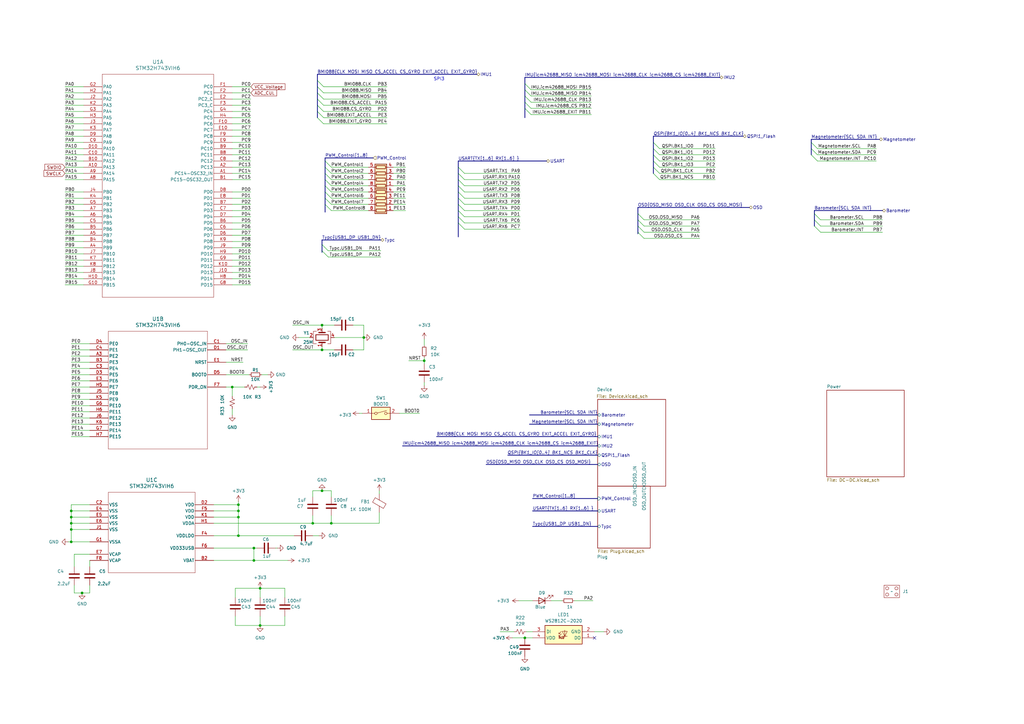
<source format=kicad_sch>
(kicad_sch (version 20231120) (generator "eeschema") (generator_version "8.0")
  (paper "A3")
  (junction (at 132.08 133.35))
  (junction (at 29.21 209.55))
  (junction (at 106.68 241.3))
  (junction (at 173.99 147.955))
  (junction (at 104.14 224.79))
  (junction (at 106.68 256.54))
  (junction (at 29.21 217.17))
  (junction (at 97.79 209.55))
  (junction (at 104.14 229.87))
  (junction (at 149.225 138.43))
  (junction (at 97.79 219.71))
  (junction (at 132.08 143.51))
  (junction (at 97.79 207.01))
  (junction (at 215.265 261.62))
  (junction (at 135.89 214.63))
  (junction (at 29.21 212.09))
  (junction (at 95.25 158.75))
  (junction (at 33.655 243.205))
  (junction (at 97.79 212.09))
  (junction (at 132.08 201.295))
  (junction (at 29.21 214.63))
  (junction (at 128.27 214.63))
  (junction (at 29.21 222.25))
  (no_connect (at 243.84 261.62))
  (bus_entry (at 215.265 34.29) (size 2.54 2.54))
  (bus_entry (at 132.08 102.87) (size 2.54 2.54))
  (bus_entry (at 130.175 48.26) (size 2.54 2.54))
  (bus_entry (at 334.01 92.71) (size 2.54 2.54))
  (bus_entry (at 215.265 41.91) (size 2.54 2.54))
  (bus_entry (at 133.35 78.74) (size 2.54 2.54))
  (bus_entry (at 187.96 83.82) (size 2.54 2.54))
  (bus_entry (at 187.96 88.9) (size 2.54 2.54))
  (bus_entry (at 187.96 71.12) (size 2.54 2.54))
  (bus_entry (at 133.35 81.28) (size 2.54 2.54))
  (bus_entry (at 334.01 87.63) (size 2.54 2.54))
  (bus_entry (at 187.96 68.58) (size 2.54 2.54))
  (bus_entry (at 261.62 90.17) (size 2.54 2.54))
  (bus_entry (at 332.74 58.42) (size 2.54 2.54))
  (bus_entry (at 133.35 76.2) (size 2.54 2.54))
  (bus_entry (at 267.97 58.42) (size 2.54 2.54))
  (bus_entry (at 267.97 66.04) (size 2.54 2.54))
  (bus_entry (at 187.96 73.66) (size 2.54 2.54))
  (bus_entry (at 267.97 68.58) (size 2.54 2.54))
  (bus_entry (at 130.175 40.64) (size 2.54 2.54))
  (bus_entry (at 261.62 92.71) (size 2.54 2.54))
  (bus_entry (at 130.175 45.72) (size 2.54 2.54))
  (bus_entry (at 187.96 78.74) (size 2.54 2.54))
  (bus_entry (at 130.175 38.1) (size 2.54 2.54))
  (bus_entry (at 130.175 35.56) (size 2.54 2.54))
  (bus_entry (at 133.35 73.66) (size 2.54 2.54))
  (bus_entry (at 267.97 71.12) (size 2.54 2.54))
  (bus_entry (at 187.96 81.28) (size 2.54 2.54))
  (bus_entry (at 215.265 36.83) (size 2.54 2.54))
  (bus_entry (at 132.08 100.33) (size 2.54 2.54))
  (bus_entry (at 267.97 60.96) (size 2.54 2.54))
  (bus_entry (at 215.265 44.45) (size 2.54 2.54))
  (bus_entry (at 261.62 95.25) (size 2.54 2.54))
  (bus_entry (at 133.35 68.58) (size 2.54 2.54))
  (bus_entry (at 133.35 83.82) (size 2.54 2.54))
  (bus_entry (at 133.35 71.12) (size 2.54 2.54))
  (bus_entry (at 130.175 33.02) (size 2.54 2.54))
  (bus_entry (at 332.74 63.5) (size 2.54 2.54))
  (bus_entry (at 187.96 91.44) (size 2.54 2.54))
  (bus_entry (at 261.62 87.63) (size 2.54 2.54))
  (bus_entry (at 133.35 66.04) (size 2.54 2.54))
  (bus_entry (at 215.265 39.37) (size 2.54 2.54))
  (bus_entry (at 267.97 63.5) (size 2.54 2.54))
  (bus_entry (at 130.175 43.18) (size 2.54 2.54))
  (bus_entry (at 187.96 76.2) (size 2.54 2.54))
  (bus_entry (at 334.01 90.17) (size 2.54 2.54))
  (bus_entry (at 332.74 60.96) (size 2.54 2.54))
  (bus_entry (at 187.96 86.36) (size 2.54 2.54))
  (wire (pts (xy 29.21 212.09) (xy 36.83 212.09)))
  (wire (pts (xy 26.67 60.96) (xy 34.29 60.96)))
  (wire (pts (xy 166.37 73.66) (xy 161.29 73.66)))
  (wire (pts (xy 26.67 40.64) (xy 34.29 40.64)))
  (wire (pts (xy 190.5 93.98) (xy 213.36 93.98)))
  (wire (pts (xy 26.67 91.44) (xy 34.29 91.44)))
  (wire (pts (xy 26.67 93.98) (xy 34.29 93.98)))
  (wire (pts (xy 26.67 71.12) (xy 34.29 71.12)))
  (bus (pts (xy 133.35 64.77) (xy 153.035 64.77)))
  (wire (pts (xy 155.575 210.185) (xy 155.575 214.63)))
  (wire (pts (xy 33.655 243.205) (xy 36.83 243.205)))
  (wire (pts (xy 166.37 83.82) (xy 161.29 83.82)))
  (wire (pts (xy 135.89 73.66) (xy 151.13 73.66)))
  (bus (pts (xy 261.62 85.09) (xy 261.62 87.63)))
  (bus (pts (xy 218.44 209.55) (xy 245.11 209.55)))
  (wire (pts (xy 97.79 205.74) (xy 97.79 207.01)))
  (wire (pts (xy 26.67 83.82) (xy 34.29 83.82)))
  (wire (pts (xy 217.805 41.91) (xy 242.57 41.91)))
  (wire (pts (xy 26.67 109.22) (xy 34.29 109.22)))
  (wire (pts (xy 132.715 48.26) (xy 158.75 48.26)))
  (wire (pts (xy 132.715 35.56) (xy 158.75 35.56)))
  (bus (pts (xy 267.97 55.88) (xy 267.97 58.42)))
  (wire (pts (xy 106.68 241.3) (xy 106.68 245.11)))
  (wire (pts (xy 26.67 96.52) (xy 34.29 96.52)))
  (bus (pts (xy 133.35 81.28) (xy 133.35 83.82)))
  (wire (pts (xy 173.99 139.065) (xy 173.99 141.605)))
  (bus (pts (xy 130.175 38.1) (xy 130.175 35.56)))
  (wire (pts (xy 95.25 86.36) (xy 102.87 86.36)))
  (wire (pts (xy 95.25 88.9) (xy 102.87 88.9)))
  (wire (pts (xy 96.52 241.3) (xy 106.68 241.3)))
  (bus (pts (xy 218.44 204.47) (xy 245.11 204.47)))
  (wire (pts (xy 26.67 45.72) (xy 34.29 45.72)))
  (wire (pts (xy 95.25 68.58) (xy 102.87 68.58)))
  (wire (pts (xy 190.5 71.12) (xy 213.36 71.12)))
  (wire (pts (xy 135.89 76.2) (xy 151.13 76.2)))
  (wire (pts (xy 95.25 38.1) (xy 102.87 38.1)))
  (wire (pts (xy 217.805 39.37) (xy 242.57 39.37)))
  (wire (pts (xy 87.63 224.79) (xy 104.14 224.79)))
  (wire (pts (xy 26.67 88.9) (xy 34.29 88.9)))
  (bus (pts (xy 261.62 87.63) (xy 261.62 90.17)))
  (bus (pts (xy 334.01 87.63) (xy 334.01 86.36)))
  (bus (pts (xy 187.96 91.44) (xy 187.96 97.155)))
  (wire (pts (xy 26.67 58.42) (xy 34.29 58.42)))
  (wire (pts (xy 264.16 92.71) (xy 287.02 92.71)))
  (wire (pts (xy 95.25 78.74) (xy 102.87 78.74)))
  (bus (pts (xy 187.96 83.82) (xy 187.96 86.36)))
  (bus (pts (xy 132.08 98.425) (xy 156.21 98.425)))
  (wire (pts (xy 149.225 138.43) (xy 149.225 143.51)))
  (wire (pts (xy 95.25 101.6) (xy 102.87 101.6)))
  (wire (pts (xy 113.665 224.79) (xy 113.03 224.79)))
  (wire (pts (xy 26.67 66.04) (xy 34.29 66.04)))
  (wire (pts (xy 29.21 207.01) (xy 36.83 207.01)))
  (wire (pts (xy 132.715 50.8) (xy 158.75 50.8)))
  (bus (pts (xy 132.08 98.425) (xy 132.08 100.33)))
  (bus (pts (xy 187.96 68.58) (xy 187.96 71.12)))
  (wire (pts (xy 135.89 68.58) (xy 151.13 68.58)))
  (wire (pts (xy 137.16 138.43) (xy 149.225 138.43)))
  (bus (pts (xy 215.265 44.45) (xy 215.265 48.26)))
  (wire (pts (xy 29.21 158.75) (xy 36.83 158.75)))
  (wire (pts (xy 95.25 106.68) (xy 102.87 106.68)))
  (wire (pts (xy 29.21 209.55) (xy 36.83 209.55)))
  (wire (pts (xy 226.06 246.38) (xy 230.505 246.38)))
  (wire (pts (xy 104.14 229.87) (xy 118.11 229.87)))
  (wire (pts (xy 215.265 261.62) (xy 218.44 261.62)))
  (wire (pts (xy 190.5 91.44) (xy 213.36 91.44)))
  (wire (pts (xy 335.28 66.04) (xy 359.41 66.04)))
  (wire (pts (xy 95.25 73.66) (xy 102.87 73.66)))
  (wire (pts (xy 210.185 261.62) (xy 215.265 261.62)))
  (wire (pts (xy 96.52 245.11) (xy 96.52 241.3)))
  (wire (pts (xy 95.25 170.18) (xy 95.25 167.64)))
  (wire (pts (xy 30.48 227.33) (xy 36.83 227.33)))
  (wire (pts (xy 336.55 90.17) (xy 361.95 90.17)))
  (wire (pts (xy 101.6 143.51) (xy 92.71 143.51)))
  (bus (pts (xy 187.96 81.28) (xy 187.96 83.82)))
  (bus (pts (xy 130.175 35.56) (xy 130.175 33.02)))
  (wire (pts (xy 132.08 133.35) (xy 137.16 133.35)))
  (wire (pts (xy 26.67 63.5) (xy 34.29 63.5)))
  (wire (pts (xy 147.32 169.545) (xy 148.59 169.545)))
  (bus (pts (xy 332.74 60.96) (xy 332.74 63.5)))
  (wire (pts (xy 166.37 76.2) (xy 161.29 76.2)))
  (wire (pts (xy 29.21 173.99) (xy 36.83 173.99)))
  (wire (pts (xy 95.25 91.44) (xy 102.87 91.44)))
  (wire (pts (xy 96.52 252.73) (xy 96.52 256.54)))
  (bus (pts (xy 187.96 86.36) (xy 187.96 88.9)))
  (wire (pts (xy 166.37 78.74) (xy 161.29 78.74)))
  (bus (pts (xy 165.1 182.88) (xy 245.11 182.88)))
  (wire (pts (xy 97.79 212.09) (xy 97.79 219.71)))
  (wire (pts (xy 155.575 201.295) (xy 155.575 202.565)))
  (wire (pts (xy 243.84 259.08) (xy 247.65 259.08)))
  (bus (pts (xy 215.265 41.91) (xy 215.265 44.45)))
  (wire (pts (xy 26.67 38.1) (xy 34.29 38.1)))
  (wire (pts (xy 26.67 86.36) (xy 34.29 86.36)))
  (wire (pts (xy 26.67 68.58) (xy 34.29 68.58)))
  (wire (pts (xy 29.21 217.17) (xy 29.21 214.63)))
  (wire (pts (xy 95.25 71.12) (xy 102.87 71.12)))
  (wire (pts (xy 26.67 106.68) (xy 34.29 106.68)))
  (wire (pts (xy 134.62 102.87) (xy 156.21 102.87)))
  (wire (pts (xy 26.67 101.6) (xy 34.29 101.6)))
  (wire (pts (xy 335.28 63.5) (xy 359.41 63.5)))
  (wire (pts (xy 95.25 63.5) (xy 102.87 63.5)))
  (wire (pts (xy 26.67 43.18) (xy 34.29 43.18)))
  (wire (pts (xy 30.48 243.205) (xy 33.655 243.205)))
  (wire (pts (xy 26.67 114.3) (xy 34.29 114.3)))
  (wire (pts (xy 29.21 179.07) (xy 36.83 179.07)))
  (wire (pts (xy 87.63 212.09) (xy 97.79 212.09)))
  (wire (pts (xy 106.68 252.73) (xy 106.68 256.54)))
  (wire (pts (xy 135.89 78.74) (xy 151.13 78.74)))
  (wire (pts (xy 163.83 169.545) (xy 172.085 169.545)))
  (bus (pts (xy 261.62 92.71) (xy 261.62 95.25)))
  (wire (pts (xy 128.27 201.295) (xy 132.08 201.295)))
  (wire (pts (xy 135.89 214.63) (xy 155.575 214.63)))
  (wire (pts (xy 95.25 114.3) (xy 102.87 114.3)))
  (wire (pts (xy 190.5 78.74) (xy 213.36 78.74)))
  (wire (pts (xy 128.27 214.63) (xy 135.89 214.63)))
  (bus (pts (xy 267.97 58.42) (xy 267.97 60.96)))
  (wire (pts (xy 116.84 252.73) (xy 116.84 256.54)))
  (wire (pts (xy 36.83 232.41) (xy 36.83 229.87)))
  (bus (pts (xy 245.11 170.18) (xy 217.17 170.18)))
  (bus (pts (xy 187.96 71.12) (xy 187.96 73.66)))
  (wire (pts (xy 120.65 219.71) (xy 97.79 219.71)))
  (wire (pts (xy 235.585 246.38) (xy 243.205 246.38)))
  (wire (pts (xy 270.51 73.66) (xy 293.37 73.66)))
  (wire (pts (xy 26.67 104.14) (xy 34.29 104.14)))
  (bus (pts (xy 187.96 76.2) (xy 187.96 78.74)))
  (wire (pts (xy 95.25 55.88) (xy 102.87 55.88)))
  (wire (pts (xy 135.89 81.28) (xy 151.13 81.28)))
  (wire (pts (xy 190.5 86.36) (xy 213.36 86.36)))
  (wire (pts (xy 264.16 95.25) (xy 287.02 95.25)))
  (wire (pts (xy 135.89 71.12) (xy 151.13 71.12)))
  (wire (pts (xy 95.25 104.14) (xy 102.87 104.14)))
  (wire (pts (xy 105.41 158.75) (xy 106.68 158.75)))
  (wire (pts (xy 29.21 153.67) (xy 36.83 153.67)))
  (bus (pts (xy 187.96 66.04) (xy 187.96 68.58)))
  (wire (pts (xy 29.21 151.13) (xy 36.83 151.13)))
  (wire (pts (xy 29.21 222.25) (xy 36.83 222.25)))
  (wire (pts (xy 87.63 207.01) (xy 97.79 207.01)))
  (wire (pts (xy 166.37 68.58) (xy 161.29 68.58)))
  (wire (pts (xy 29.21 217.17) (xy 36.83 217.17)))
  (wire (pts (xy 132.715 40.64) (xy 158.75 40.64)))
  (wire (pts (xy 336.55 95.25) (xy 361.95 95.25)))
  (wire (pts (xy 92.71 153.67) (xy 102.235 153.67)))
  (bus (pts (xy 179.07 179.07) (xy 245.11 179.07)))
  (wire (pts (xy 122.555 138.43) (xy 127 138.43)))
  (wire (pts (xy 95.25 83.82) (xy 102.87 83.82)))
  (wire (pts (xy 132.715 43.18) (xy 158.75 43.18)))
  (wire (pts (xy 26.67 116.84) (xy 34.29 116.84)))
  (wire (pts (xy 26.67 55.88) (xy 34.29 55.88)))
  (wire (pts (xy 92.71 158.75) (xy 95.25 158.75)))
  (bus (pts (xy 130.175 48.26) (xy 130.175 45.72)))
  (wire (pts (xy 29.21 168.91) (xy 36.83 168.91)))
  (wire (pts (xy 95.25 99.06) (xy 102.87 99.06)))
  (bus (pts (xy 130.175 30.48) (xy 195.58 30.48)))
  (wire (pts (xy 30.48 227.33) (xy 30.48 232.41)))
  (wire (pts (xy 26.67 81.28) (xy 34.29 81.28)))
  (bus (pts (xy 133.35 68.58) (xy 133.35 71.12)))
  (wire (pts (xy 95.25 48.26) (xy 102.87 48.26)))
  (bus (pts (xy 132.08 102.87) (xy 132.08 103.505)))
  (wire (pts (xy 29.21 148.59) (xy 36.83 148.59)))
  (wire (pts (xy 135.89 201.295) (xy 135.89 203.835)))
  (wire (pts (xy 132.08 201.295) (xy 135.89 201.295)))
  (wire (pts (xy 135.89 86.36) (xy 151.13 86.36)))
  (wire (pts (xy 166.37 71.12) (xy 161.29 71.12)))
  (bus (pts (xy 215.265 31.75) (xy 295.275 31.75)))
  (wire (pts (xy 217.805 46.99) (xy 242.57 46.99)))
  (wire (pts (xy 95.25 43.18) (xy 102.87 43.18)))
  (wire (pts (xy 29.21 156.21) (xy 36.83 156.21)))
  (wire (pts (xy 101.6 140.97) (xy 92.71 140.97)))
  (bus (pts (xy 130.175 40.64) (xy 130.175 38.1)))
  (wire (pts (xy 29.21 166.37) (xy 36.83 166.37)))
  (bus (pts (xy 215.265 39.37) (xy 215.265 41.91)))
  (bus (pts (xy 133.35 78.74) (xy 133.35 81.28)))
  (wire (pts (xy 95.25 158.75) (xy 100.33 158.75)))
  (bus (pts (xy 245.11 186.69) (xy 208.28 186.69)))
  (wire (pts (xy 205.105 259.08) (xy 210.82 259.08)))
  (wire (pts (xy 336.55 92.71) (xy 361.95 92.71)))
  (wire (pts (xy 95.25 81.28) (xy 102.87 81.28)))
  (wire (pts (xy 106.68 256.54) (xy 116.84 256.54)))
  (wire (pts (xy 173.99 156.845) (xy 173.99 158.115)))
  (wire (pts (xy 166.37 81.28) (xy 161.29 81.28)))
  (bus (pts (xy 334.01 86.36) (xy 361.95 86.36)))
  (wire (pts (xy 104.14 224.79) (xy 104.14 229.87)))
  (bus (pts (xy 132.08 100.33) (xy 132.08 102.87)))
  (wire (pts (xy 26.67 50.8) (xy 34.29 50.8)))
  (wire (pts (xy 212.725 246.38) (xy 218.44 246.38)))
  (wire (pts (xy 27.94 222.25) (xy 29.21 222.25)))
  (wire (pts (xy 105.41 224.79) (xy 104.14 224.79)))
  (wire (pts (xy 217.805 44.45) (xy 242.57 44.45)))
  (wire (pts (xy 132.715 38.1) (xy 158.75 38.1)))
  (bus (pts (xy 187.96 88.9) (xy 187.96 91.44)))
  (wire (pts (xy 144.78 133.35) (xy 149.225 133.35)))
  (wire (pts (xy 120.015 143.51) (xy 132.08 143.51)))
  (wire (pts (xy 26.67 99.06) (xy 34.29 99.06)))
  (wire (pts (xy 173.99 147.955) (xy 173.99 149.225)))
  (wire (pts (xy 29.21 207.01) (xy 29.21 209.55)))
  (wire (pts (xy 128.27 203.835) (xy 128.27 201.295)))
  (wire (pts (xy 135.89 211.455) (xy 135.89 214.63)))
  (wire (pts (xy 87.63 229.87) (xy 104.14 229.87)))
  (wire (pts (xy 132.08 143.51) (xy 137.16 143.51)))
  (bus (pts (xy 261.62 85.09) (xy 307.34 85.09)))
  (wire (pts (xy 167.64 147.955) (xy 173.99 147.955)))
  (wire (pts (xy 87.63 219.71) (xy 97.79 219.71)))
  (bus (pts (xy 334.01 92.71) (xy 334.01 90.17)))
  (bus (pts (xy 332.74 57.15) (xy 332.74 58.42)))
  (wire (pts (xy 270.51 60.96) (xy 293.37 60.96)))
  (wire (pts (xy 116.84 241.3) (xy 116.84 245.11)))
  (bus (pts (xy 199.39 190.5) (xy 245.11 190.5)))
  (wire (pts (xy 120.015 133.35) (xy 132.08 133.35)))
  (bus (pts (xy 133.35 66.04) (xy 133.35 68.58)))
  (bus (pts (xy 130.175 45.72) (xy 130.175 43.18)))
  (wire (pts (xy 166.37 86.36) (xy 161.29 86.36)))
  (wire (pts (xy 97.79 207.01) (xy 97.79 209.55)))
  (wire (pts (xy 29.21 140.97) (xy 36.83 140.97)))
  (bus (pts (xy 187.96 73.66) (xy 187.96 76.2)))
  (wire (pts (xy 29.21 209.55) (xy 29.21 212.09)))
  (wire (pts (xy 95.25 111.76) (xy 102.87 111.76)))
  (bus (pts (xy 130.175 43.18) (xy 130.175 40.64)))
  (wire (pts (xy 95.25 96.52) (xy 102.87 96.52)))
  (bus (pts (xy 133.35 73.66) (xy 133.35 76.2)))
  (wire (pts (xy 190.5 83.82) (xy 213.36 83.82)))
  (wire (pts (xy 95.25 109.22) (xy 102.87 109.22)))
  (bus (pts (xy 187.96 66.04) (xy 224.155 66.04)))
  (wire (pts (xy 87.63 214.63) (xy 128.27 214.63)))
  (bus (pts (xy 187.96 78.74) (xy 187.96 81.28)))
  (wire (pts (xy 217.805 36.83) (xy 242.57 36.83)))
  (bus (pts (xy 215.265 36.83) (xy 215.265 39.37)))
  (wire (pts (xy 87.63 209.55) (xy 97.79 209.55)))
  (wire (pts (xy 128.27 211.455) (xy 128.27 214.63)))
  (wire (pts (xy 149.225 133.35) (xy 149.225 138.43)))
  (wire (pts (xy 264.16 97.79) (xy 287.02 97.79)))
  (wire (pts (xy 26.67 48.26) (xy 34.29 48.26)))
  (bus (pts (xy 267.97 55.88) (xy 304.8 55.88)))
  (wire (pts (xy 29.21 217.17) (xy 29.21 222.25)))
  (bus (pts (xy 215.265 34.29) (xy 215.265 36.83)))
  (wire (pts (xy 132.08 142.24) (xy 132.08 143.51)))
  (wire (pts (xy 29.21 161.29) (xy 36.83 161.29)))
  (wire (pts (xy 95.25 66.04) (xy 102.87 66.04)))
  (wire (pts (xy 95.25 60.96) (xy 102.87 60.96)))
  (wire (pts (xy 270.51 63.5) (xy 293.37 63.5)))
  (wire (pts (xy 36.83 240.03) (xy 36.83 243.205)))
  (wire (pts (xy 29.21 212.09) (xy 29.21 214.63)))
  (bus (pts (xy 261.62 95.25) (xy 261.62 95.885)))
  (wire (pts (xy 29.21 171.45) (xy 36.83 171.45)))
  (bus (pts (xy 215.265 31.75) (xy 215.265 34.29)))
  (bus (pts (xy 133.35 83.82) (xy 133.35 86.995)))
  (wire (pts (xy 29.21 163.83) (xy 36.83 163.83)))
  (wire (pts (xy 95.25 116.84) (xy 102.87 116.84)))
  (wire (pts (xy 215.9 259.08) (xy 218.44 259.08)))
  (wire (pts (xy 95.25 40.64) (xy 102.87 40.64)))
  (bus (pts (xy 130.175 33.02) (xy 130.175 30.48)))
  (wire (pts (xy 95.25 50.8) (xy 102.87 50.8)))
  (wire (pts (xy 190.5 76.2) (xy 213.36 76.2)))
  (wire (pts (xy 26.67 111.76) (xy 34.29 111.76)))
  (wire (pts (xy 95.25 158.75) (xy 95.25 162.56)))
  (bus (pts (xy 218.44 215.9) (xy 245.11 215.9)))
  (bus (pts (xy 332.74 58.42) (xy 332.74 60.96)))
  (wire (pts (xy 97.79 209.55) (xy 97.79 212.09)))
  (wire (pts (xy 96.52 256.54) (xy 106.68 256.54)))
  (wire (pts (xy 26.67 73.66) (xy 34.29 73.66)))
  (wire (pts (xy 130.81 219.71) (xy 128.27 219.71)))
  (wire (pts (xy 29.21 146.05) (xy 36.83 146.05)))
  (wire (pts (xy 95.25 35.56) (xy 102.87 35.56)))
  (wire (pts (xy 95.25 58.42) (xy 102.87 58.42)))
  (bus (pts (xy 332.74 57.15) (xy 360.68 57.15)))
  (bus (pts (xy 267.97 66.04) (xy 267.97 68.58)))
  (wire (pts (xy 264.16 90.17) (xy 287.02 90.17)))
  (wire (pts (xy 270.51 71.12) (xy 293.37 71.12)))
  (wire (pts (xy 109.855 153.67) (xy 107.315 153.67)))
  (wire (pts (xy 134.62 105.41) (xy 156.21 105.41)))
  (bus (pts (xy 261.62 90.17) (xy 261.62 92.71)))
  (wire (pts (xy 173.99 146.685) (xy 173.99 147.955)))
  (wire (pts (xy 29.21 176.53) (xy 36.83 176.53)))
  (wire (pts (xy 95.25 45.72) (xy 102.87 45.72)))
  (bus (pts (xy 245.11 173.99) (xy 217.17 173.99)))
  (bus (pts (xy 133.35 76.2) (xy 133.35 78.74)))
  (wire (pts (xy 95.25 93.98) (xy 102.87 93.98)))
  (wire (pts (xy 30.48 240.03) (xy 30.48 243.205)))
  (wire (pts (xy 26.67 78.74) (xy 34.29 78.74)))
  (bus (pts (xy 334.01 90.17) (xy 334.01 87.63)))
  (bus (pts (xy 133.35 71.12) (xy 133.35 73.66)))
  (wire (pts (xy 132.715 45.72) (xy 158.75 45.72)))
  (wire (pts (xy 190.5 81.28) (xy 213.36 81.28)))
  (bus (pts (xy 267.97 63.5) (xy 267.97 66.04)))
  (wire (pts (xy 190.5 73.66) (xy 213.36 73.66)))
  (bus (pts (xy 267.97 60.96) (xy 267.97 63.5)))
  (wire (pts (xy 132.08 134.62) (xy 132.08 133.35)))
  (wire (pts (xy 106.68 241.3) (xy 116.84 241.3)))
  (bus (pts (xy 133.35 64.77) (xy 133.35 66.04)))
  (wire (pts (xy 270.51 66.04) (xy 293.37 66.04)))
  (wire (pts (xy 135.89 83.82) (xy 151.13 83.82)))
  (bus (pts (xy 267.97 68.58) (xy 267.97 71.12)))
  (wire (pts (xy 26.67 35.56) (xy 34.29 35.56)))
  (wire (pts (xy 29.21 214.63) (xy 36.83 214.63)))
  (wire (pts (xy 270.51 68.58) (xy 293.37 68.58)))
  (wire (pts (xy 92.71 148.59) (xy 99.695 148.59)))
  (wire (pts (xy 29.21 143.51) (xy 36.83 143.51)))
  (wire (pts (xy 190.5 88.9) (xy 213.36 88.9)))
  (wire (pts (xy 149.225 143.51) (xy 144.78 143.51)))
  (wire (pts (xy 335.28 60.96) (xy 359.41 60.96)))
  (wire (pts (xy 26.67 53.34) (xy 34.29 53.34)))
  (wire (pts (xy 95.25 53.34) (xy 102.87 53.34)))
  (text "SPI3\n\n" (at 180.086 33.528 0) (effects (font (size 1.27 1.27))))
  (label "PE2" (at 29.21 146.05 0))
  (label "IMU{icm42688_MISO icm42688_MOSI icm42688_CLK icm42688_CS icm42688_EXIT}" (at 165.1 182.88 0))
  (label "PB14" (at 26.67 114.3 0))
  (label "PB0" (at 26.67 78.74 0))
  (label "PD11" (at 102.87 106.68 180))
  (label "PA14" (at 26.67 71.12 0))
  (label "PE11" (at 166.37 81.28 180))
  (label "PE4" (at 158.75 50.8 180))
  (label "PE13" (at 29.21 173.99 0))
  (label "PE11" (at 29.21 168.91 0))
  (label "Typc{USB1_DP USB1_DN}" (at 132.08 98.425 0))
  (label "PWM_Control1" (at 149.225 68.58 180))
  (label "PC14" (at 102.87 71.12 180))
  (label "PD1" (at 213.36 88.9 180))
  (label "PD5" (at 102.87 91.44 180))
  (label "Magnetometer.SCL" (at 353.06 60.96 180))
  (label "PA9" (at 213.36 71.12 180))
  (label "USART{TX[1..6] RX[1..6] }" (at 187.96 66.04 0))
  (label "PD13" (at 293.37 66.04 180))
  (label "Barometer.INT" (at 354.33 95.25 180))
  (label "PC5" (at 102.87 48.26 180))
  (label "PB14" (at 242.57 39.37 180))
  (label "PA7" (at 287.02 92.71 180))
  (label "USART.RX4" (at 208.28 88.9 180))
  (label "PA8" (at 359.41 60.96 180))
  (label "USART.RX2" (at 208.28 78.74 180))
  (label "PE10" (at 29.21 166.37 0))
  (label "PA2" (at 243.205 246.38 180))
  (label "PD6" (at 102.87 93.98 180))
  (label "PD4" (at 102.87 88.9 180))
  (label "PA8" (at 26.67 55.88 0))
  (label "PB12" (at 242.57 44.45 180))
  (label "USART.TX1" (at 208.28 71.12 180))
  (label "IMU.icm42688_CLK" (at 236.855 41.91 180))
  (label "PC11" (at 102.87 63.5 180))
  (label "USART.TX3" (at 208.28 81.28 180))
  (label "PD9" (at 213.36 83.82 180))
  (label "PA10" (at 26.67 60.96 0))
  (label "PA1" (at 26.67 38.1 0))
  (label "PD9" (at 102.87 101.6 180))
  (label "BMI088.EXIT_ACCEL" (at 152.4 48.26 180))
  (label "QSPI.BK1_IO0" (at 284.48 60.96 180))
  (label "PE8" (at 29.21 161.29 0))
  (label "USART.TX4" (at 208.28 86.36 180))
  (label "USART.TX2" (at 208.28 76.2 180))
  (label "IMU.icm42688_EXIT" (at 236.855 46.99 180))
  (label "PE12" (at 29.21 171.45 0))
  (label "USART.TX6" (at 208.28 91.44 180))
  (label "PC10" (at 102.87 60.96 180))
  (label "BMI088.MISO" (at 152.4 38.1 180))
  (label "PB8" (at 26.67 99.06 0))
  (label "Magnetometer{SCL SDA INT}" (at 245.11 173.99 180))
  (label "OSD.OSD_MISO" (at 280.035 90.17 180))
  (label "PD0" (at 102.87 78.74 180))
  (label "PD8" (at 102.87 99.06 180))
  (label "OSC_IN" (at 101.6 140.97 180))
  (label "OSD.OSD_MOSI" (at 280.035 92.71 180))
  (label "PB5" (at 26.67 91.44 0))
  (label "PB13" (at 242.57 41.91 180))
  (label "PC6" (at 213.36 91.44 180))
  (label "PB4" (at 158.75 38.1 180))
  (label "PA0" (at 166.37 73.66 180))
  (label "Barometer{SCL SDA INT}" (at 334.01 86.36 0))
  (label "PA6" (at 26.67 50.8 0))
  (label "PC4" (at 102.87 45.72 180))
  (label "PA6" (at 287.02 90.17 180))
  (label "PWM_Control6" (at 149.225 81.28 180))
  (label "PB2" (at 293.37 71.12 180))
  (label "PA1" (at 166.37 76.2 180))
  (label "PE7" (at 29.21 158.75 0))
  (label "PC7" (at 102.87 53.34 180))
  (label "PB3" (at 26.67 86.36 0))
  (label "PB1" (at 26.67 81.28 0))
  (label "PWM_Control3" (at 149.225 73.66 180))
  (label "QSPI.BK1_CLK" (at 284.48 71.12 180))
  (label "Typc.USB1_DP" (at 148.59 105.41 180))
  (label "PB10" (at 26.67 104.14 0))
  (label "PB5" (at 158.75 40.64 180))
  (label "PC12" (at 102.87 66.04 180))
  (label "PA12" (at 156.21 105.41 180))
  (label "PA5" (at 287.02 95.25 180))
  (label "PA4" (at 26.67 45.72 0))
  (label "PE6" (at 29.21 156.21 0))
  (label "PE3" (at 29.21 148.59 0))
  (label "PC9" (at 359.41 63.5 180))
  (label "IMU.icm42688_MOSI" (at 236.855 36.83 180))
  (label "PE9" (at 166.37 78.74 180))
  (label "PA0" (at 26.67 35.56 0))
  (label "PC0" (at 102.87 35.56 180))
  (label "PC13" (at 102.87 68.58 180))
  (label "PA3" (at 26.67 43.18 0))
  (label "PWM_Control7" (at 149.225 83.82 180))
  (label "OSC_OUT" (at 101.6 143.51 180))
  (label "IMU.icm42688_MISO" (at 236.855 39.37 180))
  (label "PB13" (at 26.67 111.76 0))
  (label "PD2" (at 158.75 45.72 180))
  (label "PD12" (at 102.87 109.22 180))
  (label "PE13" (at 166.37 86.36 180))
  (label "Typc.USB1_DN" (at 148.59 102.87 180))
  (label "PA15" (at 158.75 43.18 180))
  (label "QSPI.BK1_NCS" (at 284.48 73.66 180))
  (label "PC7" (at 213.36 93.98 180))
  (label "PB15" (at 26.67 116.84 0))
  (label "Magnetometer.SDA" (at 353.06 63.5 180))
  (label "PB8" (at 361.95 90.17 180))
  (label "OSD{OSD_MISO OSD_CLK OSD_CS OSD_MOSI}" (at 261.62 85.09 0))
  (label "PC8" (at 102.87 55.88 180))
  (label "PA7" (at 26.67 53.34 0))
  (label "IMU.icm42688_CS" (at 236.855 44.45 180))
  (label "PA11" (at 26.67 63.5 0))
  (label "OSD{OSD_MISO OSD_CLK OSD_CS OSD_MOSI}" (at 199.39 190.5 0))
  (label "USART{TX[1..6] RX[1..6] }" (at 218.44 209.55 0))
  (label "PE5" (at 29.21 153.67 0))
  (label "PD0" (at 213.36 86.36 180))
  (label "PC10" (at 359.41 66.04 180))
  (label "PB2" (at 26.67 83.82 0))
  (label "PD14" (at 102.87 114.3 180))
  (label "PA2" (at 26.67 40.64 0))
  (label "PD3" (at 102.87 86.36 180))
  (label "PD5" (at 213.36 76.2 180))
  (label "PA10" (at 213.36 73.66 180))
  (label "BMI088.CS_GYRO" (at 152.4 45.72 180))
  (label "BOOT0" (at 100.33 153.67 180))
  (label "Typc{USB1_DP USB1_DN}" (at 218.44 215.9 0))
  (label "PA9" (at 26.67 58.42 0))
  (label "PA15" (at 26.67 73.66 0))
  (label "PD15" (at 102.87 116.84 180))
  (label "PD13" (at 102.87 111.76 180))
  (label "PD6" (at 213.36 78.74 180))
  (label "PB15" (at 242.57 36.83 180))
  (label "PD7" (at 102.87 96.52 180))
  (label "PA4" (at 287.02 97.79 180))
  (label "USART.RX6" (at 208.28 93.98 180))
  (label "PB11" (at 26.67 106.68 0))
  (label "PE0" (at 29.21 140.97 0))
  (label "OSC_IN" (at 120.015 133.35 0))
  (label "PB0" (at 166.37 71.12 180))
  (label "NRST" (at 167.64 147.955 0))
  (label "PD12" (at 293.37 63.5 180))
  (label "PWM_Control2" (at 149.225 71.12 180))
  (label "NRST" (at 99.695 148.59 180))
  (label "PB11" (at 242.57 46.99 180))
  (label "PD2" (at 102.87 83.82 180))
  (label "PB7" (at 26.67 96.52 0))
  (label "PB6" (at 26.67 93.98 0))
  (label "Magnetometer{SCL SDA INT}" (at 332.74 57.15 0))
  (label "PE3" (at 158.75 48.26 180))
  (label "USART.RX3" (at 208.28 83.82 180))
  (label "IMU{icm42688_MISO icm42688_MOSI icm42688_CLK icm42688_CS icm42688_EXIT}" (at 215.265 31.75 0))
  (label "BMI088.CS_ACCEL" (at 152.4 43.18 180))
  (label "OSC_OUT" (at 120.015 143.51 0))
  (label "PC2" (at 102.87 40.64 180))
  (label "QSPI{BK1_IO[0..4] BK1_NCS BK1_CLK}" (at 267.97 55.88 0) (effects (font (italic yes))))
  (label "BOOT0" (at 172.085 169.545 180))
  (label "PA3" (at 205.105 259.08 0))
  (label "PB4" (at 26.67 88.9 0))
  (label "BMI088{CLK MOSI MISO CS_ACCEL CS_GYRO EXIT_ACCEL EXIT_GYRO}" (at 179.07 179.07 0))
  (label "BMI088.EXIT_GYRO" (at 152.4 50.8 180))
  (label "PD1" (at 102.87 81.28 180))
  (label "QSPI.BK1_IO1" (at 284.48 63.5 180))
  (label "PC3" (at 102.87 43.18 180))
  (label "PD8" (at 213.36 81.28 180))
  (label "PWM_Control[1..8]" (at 133.35 64.77 0))
  (label "PA5" (at 26.67 48.26 0))
  (label "PE2" (at 293.37 68.58 180))
  (label "PWM_Control4" (at 149.225 76.2 180))
  (label "OSD.OSD_CS" (at 280.035 97.79 180))
  (label "PC9" (at 102.87 58.42 180))
  (label "PWM_Control[1..8]" (at 218.44 204.47 0))
  (label "PA12" (at 26.67 66.04 0))
  (label "BMI088.CLK" (at 152.4 35.56 180))
  (label "BMI088{CLK MOSI MISO CS_ACCEL CS_GYRO EXIT_ACCEL EXIT_GYRO}" (at 130.175 30.48 0))
  (label "PWM_Control5" (at 149.225 78.74 180))
  (label "QSPI.BK1_IO3" (at 284.48 68.58 180))
  (label "USART.RX1" (at 208.28 73.66 180))
  (label "Magnetometer.INT" (at 353.06 66.04 180))
  (label "PC1" (at 102.87 38.1 180))
  (label "OSD.OSD_CLK" (at 280.035 95.25 180))
  (label "PB7" (at 361.95 95.25 180))
  (label "PC6" (at 102.87 50.8 180))
  (label "PWM_Control8" (at 149.86 86.36 180))
  (label "PC15" (at 102.87 73.66 180))
  (label "QSPI.BK1_IO2" (at 284.48 66.04 180))
  (label "PD11" (at 293.37 60.96 180))
  (label "PB12" (at 26.67 109.22 0))
  (label "PE15" (at 29.21 179.07 0))
  (label "PE14" (at 166.37 83.82 180))
  (label "PB3" (at 158.75 35.56 180))
  (label "PD10" (at 102.87 104.14 180))
  (label "QSPI{BK1_IO[0..4] BK1_NCS BK1_CLK}" (at 245.11 186.69 180) (effects (font (italic yes))))
  (label "BMI088.MOSI" (at 152.4 40.64 180))
  (label "PE14" (at 29.21 176.53 0))
  (label "Barometer.SDA" (at 354.33 92.71 180))
  (label "PE1" (at 29.21 143.51 0))
  (label "PE4" (at 29.21 151.13 0))
  (label "PB1" (at 166.37 68.58 180))
  (label "PE9" (at 29.21 163.83 0))
  (label "PA13" (at 26.67 68.58 0))
  (label "Barometer{SCL SDA INT}" (at 245.11 170.18 180))
  (label "PB9" (at 361.95 92.71 180))
  (label "Barometer.SCL" (at 354.33 90.17 180))
  (label "PB9" (at 26.67 101.6 0))
  (label "PA11" (at 156.21 102.87 180))
  (label "PB10" (at 293.37 73.66 180))
  (global_label "VCC_Voltage" (shape input) (at 102.87 35.56 0) (property "Intersheetrefs" "${INTERSHEET_REFS}" (effects (hide yes))))
  (global_label "ADC_CUL" (shape input) (at 102.87 38.1 0) (property "Intersheetrefs" "${INTERSHEET_REFS}" (effects (hide yes))))
  (global_label "SWDIO" (shape input) (at 26.67 68.58 180) (property "Intersheetrefs" "${INTERSHEET_REFS}" (effects (hide yes))))
  (global_label "SWCLK" (shape input) (at 26.67 71.12 180) (property "Intersheetrefs" "${INTERSHEET_REFS}" (effects (hide yes))))
  (hierarchical_label "IMU2" (shape bidirectional) (at 295.275 31.75 0))
  (hierarchical_label "Magnetometer" (shape bidirectional) (at 360.68 57.15 0))
  (hierarchical_label "PWM_Control" (shape input) (at 153.035 64.77 0))
  (hierarchical_label "Barometer" (shape bidirectional) (at 361.95 86.36 0))
  (hierarchical_label "IMU1" (shape bidirectional) (at 195.58 30.48 0))
  (hierarchical_label "Typc" (shape bidirectional) (at 156.21 98.425 0))
  (hierarchical_label "QSPI1_Flash" (shape bidirectional) (at 304.8 55.88 0) (effects (font (italic yes))))
  (hierarchical_label "USART" (shape bidirectional) (at 224.155 66.04 0))
  (hierarchical_label "OSD" (shape bidirectional) (at 307.34 85.09 0))
  (symbol (lib_id "LED:WS2812C-2020") (at 231.775 260.35 0) (unit 1)
    (property "Reference" "LED1" (at 231.14 252.095 0))
    (property "Value" "WS2812C-2020" (at 231.14 254.635 0))
    (property "Footprint" "Thorn_Library:WS2812C2020" (effects (hide yes)))
    (property "Datasheet" "http://www.world-semi.com/DownLoadFile/139" (effects (hide yes)))
    (property "Height" "0.84" (effects (hide yes)))
    (property "Manufacturer_Name" "Worldsemi" (effects (hide yes)))
    (property "Manufacturer_Part_Number" "WS2812C-2020" (effects (hide yes)))
  )
  (symbol (lib_id "PCM_4ms_Power-symbol:GND") (at 33.655 243.205 0) (unit 1)
    (property "Reference" "#PWR07" (effects (hide yes)))
    (property "Value" "GND" (at 33.655 247.65 0))
  )
  (symbol (lib_id "Device:R_Pack04") (at 156.21 71.12 90) (unit 1)
    (property "Reference" "RN1" (effects (hide yes)))
    (property "Value" "22R" (effects (hide yes)))
    (property "Footprint" "Resistor_SMD:R_Array_Concave_4x0402" (effects (hide yes)))
  )
  (symbol (lib_id "Device:R_Small_US") (at 95.25 165.1 180) (unit 1)
    (property "Reference" "R33" (at 91.186 166.624 90) (effects (justify left)))
    (property "Value" "10K" (at 91.186 161.798 90) (effects (justify left)))
    (property "Footprint" "Resistor_SMD:R_0402_1005Metric" (effects (hide yes)))
  )
  (symbol (lib_id "Device:C") (at 109.22 224.79 270) (unit 1)
    (property "Reference" "C6" (at 107.696 221.234 90) (effects (justify left)))
    (property "Value" "1uF" (at 107.696 228.092 90) (effects (justify left)))
    (property "Footprint" "Capacitor_SMD:C_0402_1005Metric" (effects (hide yes)))
  )
  (symbol (lib_id "power:+3V3") (at 97.79 205.74 0) (unit 1)
    (property "Reference" "#PWR010" (effects (hide yes)))
    (property "Value" "+3V3" (at 97.79 201.295 0))
  )
  (symbol (lib_id "PCM_4ms_Power-symbol:GND") (at 113.665 224.79 90) (unit 1)
    (property "Reference" "#PWR011" (effects (hide yes)))
    (property "Value" "GND" (at 117.475 224.79 90) (effects (justify right)))
  )
  (symbol (lib_id "power:+3V3") (at 155.575 201.295 0) (unit 1)
    (property "Reference" "#PWR013" (effects (hide yes)))
    (property "Value" "+3V3" (at 155.575 196.85 0))
  )
  (symbol (lib_id "Device:C") (at 116.84 248.92 180) (unit 1)
    (property "Reference" "C45" (at 123.19 248.92 0) (effects (justify left)))
    (property "Value" "100nF" (at 123.825 246.38 0) (effects (justify left)))
    (property "Footprint" "Capacitor_SMD:C_0402_1005Metric" (effects (hide yes)))
  )
  (symbol (lib_id "Device:R_Pack04") (at 156.21 81.28 90) (unit 1)
    (property "Reference" "RN2" (effects (hide yes)))
    (property "Value" "22R" (effects (hide yes)))
    (property "Footprint" "Resistor_SMD:R_Array_Concave_4x0402" (effects (hide yes)))
  )
  (symbol (lib_id "Device:C") (at 135.89 207.645 180) (unit 1)
    (property "Reference" "C8" (at 142.24 207.645 0) (effects (justify left)))
    (property "Value" "100nF" (at 142.875 205.105 0) (effects (justify left)))
    (property "Footprint" "Capacitor_SMD:C_0402_1005Metric" (effects (hide yes)))
  )
  (symbol (lib_id "power:GND") (at 122.555 138.43 270) (unit 1)
    (property "Reference" "#PWR02" (effects (hide yes)))
    (property "Value" "GND" (at 118.745 138.4299 90) (effects (justify right)))
  )
  (symbol (lib_id "power:+3V3") (at 147.32 169.545 90) (unit 1)
    (property "Reference" "#PWR03" (effects (hide yes)))
    (property "Value" "+3V3" (at 144.145 170.18 90) (effects (justify left)))
  )
  (symbol (lib_id "Device:C") (at 106.68 248.92 180) (unit 1)
    (property "Reference" "C44" (at 113.03 248.92 0) (effects (justify left)))
    (property "Value" "100nF" (at 113.665 246.38 0) (effects (justify left)))
    (property "Footprint" "Capacitor_SMD:C_0402_1005Metric" (effects (hide yes)))
  )
  (symbol (lib_id "power:+3V3") (at 212.725 246.38 90) (unit 1)
    (property "Reference" "#PWR079" (effects (hide yes)))
    (property "Value" "+3V3" (at 208.915 246.3799 90) (effects (justify left)))
  )
  (symbol (lib_name "GND_1") (lib_id "power:GND") (at 27.94 222.25 270) (unit 1)
    (property "Reference" "#PWR08" (effects (hide yes)))
    (property "Value" "GND" (at 24.13 222.2499 90) (effects (justify right)))
    (property "Description" "Power symbol creates a global label with name \"GND\" , ground" (effects (hide yes)))
  )
  (symbol (lib_id "Switch:SW_DIP_x01") (at 156.21 169.545 0) (unit 1)
    (property "Reference" "SW1" (at 156.21 163.195 0))
    (property "Value" "BOOT0" (at 156.21 165.735 0))
    (property "Footprint" "NewSkyH7-Air:2x4_side" (effects (hide yes)))
  )
  (symbol (lib_id "Device:C") (at 96.52 248.92 180) (unit 1)
    (property "Reference" "C43" (at 102.87 248.92 0) (effects (justify left)))
    (property "Value" "100nF" (at 103.505 246.38 0) (effects (justify left)))
    (property "Footprint" "Capacitor_SMD:C_0402_1005Metric" (effects (hide yes)))
  )
  (symbol (lib_id "PCM_4ms_Power-symbol:GND") (at 106.68 256.54 0) (unit 1)
    (property "Reference" "#PWR077" (effects (hide yes)))
    (property "Value" "GND" (at 106.68 261.62 0))
  )
  (symbol (lib_id "Device:R_Small_US") (at 213.36 259.08 90) (unit 1)
    (property "Reference" "R22" (at 213.36 253.365 90))
    (property "Value" "22R" (at 213.36 255.905 90))
    (property "Footprint" "Resistor_SMD:R_0402_1005Metric" (effects (hide yes)))
  )
  (symbol (lib_id "NewSkyH7-Air:STM32H743VIH6") (at 36.83 140.97 0) (unit 2)
    (property "Reference" "U1" (at 64.77 130.81 0) (effects (font (size 1.524 1.524))))
    (property "Value" "STM32H743VIH6" (at 64.77 133.35 0) (effects (font (size 1.524 1.524))))
    (property "Footprint" "Package_BGA:TFBGA-100_8x8mm_Layout10x10_P0.8mm" (effects (hide yes)))
    (property "Datasheet" "STM32H743VIH6" (effects (hide yes)))
  )
  (symbol (lib_id "PCM_4ms_Power-symbol:GND") (at 132.08 201.295 180) (unit 1)
    (property "Reference" "#PWR012" (effects (hide yes)))
    (property "Value" "GND" (at 132.08 196.85 0))
  )
  (symbol (lib_id "power:GND") (at 149.225 138.43 90) (unit 1)
    (property "Reference" "#PWR04" (effects (hide yes)))
    (property "Value" "GND" (at 153.035 138.4299 90) (effects (justify right)))
  )
  (symbol (lib_id "power:+3V3") (at 106.68 158.75 270) (unit 1)
    (property "Reference" "#PWR09" (effects (hide yes)))
    (property "Value" "+3V3" (at 111.125 158.75 0))
  )
  (symbol (lib_id "NewSkyH7-Air:STM32H743VIH6") (at 34.29 35.56 0) (unit 1)
    (property "Reference" "U1" (at 64.77 25.4 0) (effects (font (size 1.524 1.524))))
    (property "Value" "STM32H743VIH6" (at 64.77 27.94 0) (effects (font (size 1.524 1.524))))
    (property "Footprint" "Package_BGA:TFBGA-100_8x8mm_Layout10x10_P0.8mm" (effects (hide yes)))
    (property "Datasheet" "STM32H743VIH6" (effects (hide yes)))
  )
  (symbol (lib_id "PCM_4ms_Power-symbol:GND") (at 130.81 219.71 90) (unit 1)
    (property "Reference" "#PWR014" (effects (hide yes)))
    (property "Value" "GND" (at 134.62 219.71 90) (effects (justify right)))
  )
  (symbol (lib_id "Device:LED") (at 222.25 246.38 180) (unit 1)
    (property "Reference" "D9" (at 222.25 243.205 0))
    (property "Value" "Blue" (at 221.615 248.92 0))
    (property "Footprint" "LED_SMD:LED_0402_1005Metric" (effects (hide yes)))
  )
  (symbol (lib_id "Device:C") (at 173.99 153.035 0) (unit 1)
    (property "Reference" "C3" (at 175.895 150.495 0) (effects (justify left)))
    (property "Value" "100nF" (at 175.895 155.575 0) (effects (justify left)))
    (property "Footprint" "Capacitor_SMD:C_0402_1005Metric" (effects (hide yes)))
  )
  (symbol (lib_id "NewSkyH7-Air:STM32H743VIH6") (at 36.83 207.01 0) (unit 3)
    (property "Reference" "U1" (at 62.23 196.85 0) (effects (font (size 1.524 1.524))))
    (property "Value" "STM32H743VIH6" (at 62.23 199.39 0) (effects (font (size 1.524 1.524))))
    (property "Footprint" "Package_BGA:TFBGA-100_8x8mm_Layout10x10_P0.8mm" (effects (hide yes)))
    (property "Datasheet" "STM32H743VIH6" (effects (hide yes)))
  )
  (symbol (lib_id "power:+3V3") (at 106.68 241.3 0) (unit 1)
    (property "Reference" "#PWR075" (effects (hide yes)))
    (property "Value" "+3V3" (at 106.68 236.855 0))
  )
  (symbol (lib_id "power:GND") (at 247.65 259.08 90) (unit 1)
    (property "Reference" "#PWR094" (effects (hide yes)))
    (property "Value" "GND" (at 251.46 259.08 90) (effects (justify right)))
  )
  (symbol (lib_id "power:GND") (at 109.855 153.67 90) (unit 1)
    (property "Reference" "#PWR01" (effects (hide yes)))
    (property "Value" "GND" (at 113.03 153.6699 90) (effects (justify right)))
  )
  (symbol (lib_id "Device:C") (at 215.265 265.43 0) (unit 1)
    (property "Reference" "C49" (at 208.915 265.43 0) (effects (justify left)))
    (property "Value" "100nF" (at 208.28 267.97 0) (effects (justify left)))
    (property "Footprint" "Capacitor_SMD:C_0402_1005Metric" (effects (hide yes)))
  )
  (symbol (lib_id "power:GND") (at 215.265 269.24 0) (unit 1)
    (property "Reference" "#PWR093" (effects (hide yes)))
    (property "Value" "GND" (at 215.265 274.32 0))
  )
  (symbol (lib_id "power:GND") (at 173.99 158.115 0) (unit 1)
    (property "Reference" "#PWR06" (effects (hide yes)))
    (property "Value" "GND" (at 173.99 162.56 0))
  )
  (symbol (lib_id "power:+3V3") (at 118.11 229.87 270) (unit 1)
    (property "Reference" "#PWR015" (effects (hide yes)))
    (property "Value" "+3V3" (at 121.92 229.8699 90) (effects (justify left)))
  )
  (symbol (lib_id "Device:C") (at 36.83 236.22 0) (unit 1)
    (property "Reference" "C5" (at 40.64 234.315 0) (effects (justify left)))
    (property "Value" "2.2uF" (at 40.005 239.395 0) (effects (justify left)))
    (property "Footprint" "Capacitor_SMD:C_0402_1005Metric" (effects (hide yes)))
  )
  (symbol (lib_id "power:GND") (at 95.25 170.18 0) (unit 1)
    (property "Reference" "#PWR017" (effects (hide yes)))
    (property "Value" "GND" (at 95.25 175.26 0))
  )
  (symbol (lib_id "Device:C") (at 140.97 143.51 90) (unit 1)
    (property "Reference" "C2" (at 144.145 145.415 90))
    (property "Value" "15pF" (at 137.16 145.415 90))
    (property "Footprint" "Capacitor_SMD:C_0402_1005Metric" (effects (hide yes)))
  )
  (symbol (lib_id "Device:Crystal_GND24") (at 132.08 138.43 90) (unit 1)
    (property "Reference" "Y1" (at 125.73 136.525 90))
    (property "Value" "25M" (at 126.365 140.335 90))
    (property "Footprint" "Crystal:Crystal_SMD_2016-4Pin_2.0x1.6mm" (effects (hide yes)))
  )
  (symbol (lib_id "Device:R_Small_US") (at 102.87 158.75 270) (unit 1)
    (property "Reference" "R3" (at 104.394 162.814 90) (effects (justify left)))
    (property "Value" "10K" (at 99.568 162.814 90) (effects (justify left)))
    (property "Footprint" "Resistor_SMD:R_0402_1005Metric" (effects (hide yes)))
  )
  (symbol (lib_id "Device:FerriteBead") (at 155.575 206.375 0) (unit 1)
    (property "Reference" "FB1" (at 147.955 205.74 0) (effects (justify left)))
    (property "Value" "1K 100M" (at 143.51 208.915 0) (effects (justify left)))
    (property "Footprint" "Inductor_SMD:L_0402_1005Metric" (effects (hide yes)))
  )
  (symbol (lib_id "Power_System:Outline") (at 365.76 242.57 0) (unit 1)
    (property "Reference" "J1" (at 370.205 242.57 0) (effects (justify left)))
    (property "Value" "~" (at 365.76 242.57 0))
    (property "Footprint" "NewSkyH7-Air:NewSkyH7-Outline" (effects (hide yes)))
  )
  (symbol (lib_id "Device:R_Small") (at 173.99 144.145 0) (unit 1)
    (property "Reference" "R2" (at 176.53 142.8749 0) (effects (justify left)))
    (property "Value" "10K" (at 176.53 145.4149 0) (effects (justify left)))
    (property "Footprint" "Resistor_SMD:R_0402_1005Metric" (effects (hide yes)))
  )
  (symbol (lib_id "Device:C") (at 140.97 133.35 90) (unit 1)
    (property "Reference" "C1" (at 144.145 130.81 90))
    (property "Value" "15pF" (at 137.795 130.81 90))
    (property "Footprint" "Capacitor_SMD:C_0402_1005Metric" (effects (hide yes)))
  )
  (symbol (lib_id "Device:R_Small") (at 104.775 153.67 90) (unit 1)
    (property "Reference" "R1" (at 104.775 151.765 90))
    (property "Value" "10K" (at 104.775 155.575 90))
    (property "Footprint" "Resistor_SMD:R_0402_1005Metric" (effects (hide yes)))
  )
  (symbol (lib_id "Device:C") (at 124.46 219.71 270) (unit 1)
    (property "Reference" "C9" (at 122.936 216.154 90) (effects (justify left)))
    (property "Value" "4.7uF" (at 122.936 223.012 90) (effects (justify left)))
    (property "Footprint" "Capacitor_SMD:C_0402_1005Metric" (effects (hide yes)))
  )
  (symbol (lib_id "power:+3V3") (at 173.99 139.065 0) (unit 1)
    (property "Reference" "#PWR05" (effects (hide yes)))
    (property "Value" "+3V3" (at 173.99 133.35 0))
  )
  (symbol (lib_id "power:+3V3") (at 210.185 261.62 90) (unit 1)
    (property "Reference" "#PWR078" (effects (hide yes)))
    (property "Value" "+3V3" (at 204.47 261.62 90))
  )
  (symbol (lib_id "Device:C") (at 128.27 207.645 180) (unit 1)
    (property "Reference" "C7" (at 124.46 207.645 0) (effects (justify left)))
    (property "Value" "1uF" (at 125.73 205.105 0) (effects (justify left)))
    (property "Footprint" "Capacitor_SMD:C_0402_1005Metric" (effects (hide yes)))
  )
  (symbol (lib_id "Device:R_Small") (at 233.045 246.38 90) (unit 1)
    (property "Reference" "R32" (at 233.045 243.205 90))
    (property "Value" "1k" (at 233.68 248.92 90))
    (property "Footprint" "Resistor_SMD:R_0402_1005Metric" (effects (hide yes)))
  )
  (symbol (lib_id "Device:C") (at 30.48 236.22 0) (unit 1)
    (property "Reference" "C4" (at 23.495 234.315 0) (effects (justify left)))
    (property "Value" "2.2uF" (at 23.495 239.395 0) (effects (justify left)))
    (property "Footprint" "Capacitor_SMD:C_0402_1005Metric" (effects (hide yes)))
  )
  (sheet (at 339.09 160.02) (size 31.75 35.56) (stroke (width 0.1524))
    (property "Sheetname" "Power" (at 339.09 159.3084 0) (effects (justify left bottom)))
    (property "Sheetfile" "DC-DC.kicad_sch" (at 339.09 196.1646 0) (effects (justify left top)))
  )
  (sheet (at 245.11 199.39) (size 21.59 25.4) (stroke (width 0.1524))
    (property "Sheetname" "Plug" (at 244.856 229.108 0) (effects (justify left bottom)))
    (property "Sheetfile" "Plug.kicad_sch" (at 245.11 225.3746 0) (effects (justify left top)))
    (pin "USART" bidirectional (at 245.11 209.55 180))
    (pin "Typc" bidirectional (at 245.11 215.9 180))
    (pin "PWM_Control" input (at 245.11 204.47 180))
    (pin "OSD_IN" input (at 260.35 199.39 90))
    (pin "OSD_OUT" output (at 264.16 199.39 90))
  )
  (sheet (at 245.11 163.83) (size 27.94 35.56) (stroke (width 0.1524))
    (property "Sheetname" "Device" (at 244.856 160.528 0) (effects (justify left bottom)))
    (property "Sheetfile" "Device.kicad_sch" (at 244.602 161.798 0) (effects (justify left top)))
    (pin "IMU1" bidirectional (at 245.11 179.07 180))
    (pin "IMU2" bidirectional (at 245.11 182.88 180))
    (pin "OSD_OUT" output (at 264.16 199.39 270))
    (pin "OSD" bidirectional (at 245.11 190.5 180))
    (pin "OSD_IN" input (at 260.35 199.39 270))
    (pin "QSPI1_Flash" bidirectional (at 245.11 186.69 180))
    (pin "Magnetometer" bidirectional (at 245.11 173.99 180))
    (pin "Barometer" bidirectional (at 245.11 170.18 180))
  )
)
</source>
